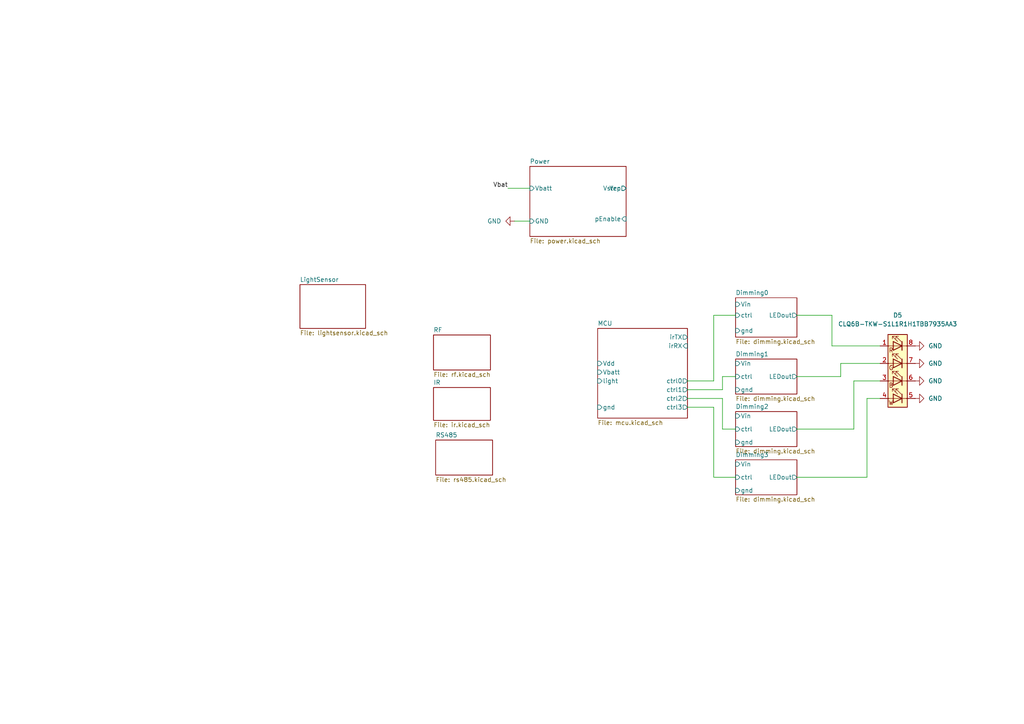
<source format=kicad_sch>
(kicad_sch (version 20250114) (generator "eeschema") (generator_version "9.0")
  (paper "A4")
  (lib_symbols
    (symbol "LED_Lib:LED_RGBW" (pin_names (offset 0) (hide yes))
      (property "Reference" "D5" (at 0 13.97 0))
      (property "Value" "OSRAM_LE-RTDUW-S2N" (at 0 11.43 0))
      (symbol "LED_RGBW_0_1"
        (rectangle (start -2.794 8.382) (end 2.794 -12.7) (stroke (width 0.254)) (fill (type background)))
        (rectangle (start -1.27 6.35) (end -1.27 6.35))
        (rectangle (start -1.27 6.35) (end -1.27 3.81))
        (polyline (pts (xy -1.27 6.35) (xy -1.27 3.81) (xy 1.27 5.08) (xy -1.27 6.35)) (stroke (width 0.254)))
        (polyline (pts (xy -1.27 5.08) (xy -2.54 5.08)))
        (rectangle (start -1.27 1.27) (end -1.27 1.27))
        (rectangle (start -1.27 1.27) (end -1.27 -1.27))
        (polyline (pts (xy -1.27 1.27) (xy -1.27 -1.27) (xy 1.27 0) (xy -1.27 1.27)) (stroke (width 0.254)))
        (polyline (pts (xy -1.27 0) (xy -2.54 0)))
        (polyline (pts (xy -1.27 0) (xy 1.27 0)))
        (polyline (pts (xy -1.27 -3.81) (xy -1.27 -6.35) (xy 1.27 -5.08) (xy -1.27 -3.81)) (stroke (width 0.254)))
        (polyline (pts (xy -1.27 -5.08) (xy -2.54 -5.08)))
        (polyline (pts (xy -1.27 -8.89) (xy -1.27 -11.43) (xy 1.27 -10.16) (xy -1.27 -8.89)) (stroke (width 0.254)))
        (polyline (pts (xy -1.27 -10.16) (xy -2.54 -10.16)))
        (polyline (pts (xy 0 6.35) (xy -1.524 7.874) (xy -0.762 7.874) (xy -1.524 7.874) (xy -1.524 7.112)))
        (polyline (pts (xy 0 1.27) (xy -1.524 2.794) (xy -0.762 2.794) (xy -1.524 2.794) (xy -1.524 2.032)))
        (polyline (pts (xy 0 -3.81) (xy -1.524 -2.286) (xy -0.762 -2.286) (xy -1.524 -2.286) (xy -1.524 -3.048)))
        (polyline (pts (xy 0 -8.89) (xy -1.524 -7.366) (xy -0.762 -7.366) (xy -1.524 -7.366) (xy -1.524 -8.128)))
        (polyline (pts (xy 1.016 6.35) (xy -0.508 7.874) (xy 0.254 7.874) (xy -0.508 7.874) (xy -0.508 7.112)))
        (polyline (pts (xy 1.016 1.27) (xy -0.508 2.794) (xy 0.254 2.794) (xy -0.508 2.794) (xy -0.508 2.032)))
        (polyline (pts (xy 1.016 -3.81) (xy -0.508 -2.286) (xy 0.254 -2.286) (xy -0.508 -2.286) (xy -0.508 -3.048)))
        (polyline (pts (xy 1.016 -8.89) (xy -0.508 -7.366) (xy 0.254 -7.366) (xy -0.508 -7.366) (xy -0.508 -8.128)))
        (polyline (pts (xy 1.27 6.35) (xy 1.27 3.81)) (stroke (width 0.254)))
        (polyline (pts (xy 1.27 6.35) (xy 1.27 3.81) (xy 1.27 3.81)))
        (polyline (pts (xy 1.27 5.08) (xy -1.27 5.08)))
        (polyline (pts (xy 1.27 5.08) (xy 2.54 5.08)))
        (polyline (pts (xy 1.27 1.27) (xy 1.27 -1.27)) (stroke (width 0.254)))
        (polyline (pts (xy 1.27 1.27) (xy 1.27 -1.27) (xy 1.27 -1.27)))
        (polyline (pts (xy 1.27 0) (xy 2.54 0)))
        (polyline (pts (xy 1.27 -3.81) (xy 1.27 -6.35)) (stroke (width 0.254)))
        (polyline (pts (xy 1.27 -5.08) (xy -1.27 -5.08)))
        (polyline (pts (xy 1.27 -5.08) (xy 2.54 -5.08)))
        (polyline (pts (xy 1.27 -8.89) (xy 1.27 -11.43)) (stroke (width 0.254)))
        (polyline (pts (xy 1.27 -10.16) (xy -1.27 -10.16)))
        (polyline (pts (xy 1.27 -10.16) (xy 2.54 -10.16)))
      )
      (symbol "LED_RGBW_1_1"
        (text "R" (at -1.905 3.81 0) (effects (font (size 1.27 1.27))))
        (text "G\n" (at -1.905 -1.27 0) (effects (font (size 1.27 1.27))))
        (text "B" (at -1.905 -6.35 0) (effects (font (size 1.27 1.27))))
        (text "W" (at -1.905 -11.43 0) (effects (font (size 1.27 1.27))))
        (pin passive line (at -5.08 5.08 0) (length 2.54) (name "RK") (number "1"))
        (pin passive line (at -5.08 0 0) (length 2.54) (name "GK") (number "2"))
        (pin passive line (at -5.08 -5.08 0) (length 2.54) (name "BK") (number "3"))
        (pin passive line (at -5.08 -10.16 0) (length 2.54) (name "BK") (number "4"))
        (pin passive line (at 5.08 5.08 180) (length 2.54) (name "RA") (number "8"))
        (pin passive line (at 5.08 0 180) (length 2.54) (name "GA") (number "7"))
        (pin passive line (at 5.08 -5.08 180) (length 2.54) (name "BA") (number "6"))
        (pin passive line (at 5.08 -10.16 180) (length 2.54) (name "BA") (number "5"))
      )
    )
    (symbol "power:GND" (power) (pin_numbers (hide yes)) (pin_names (offset 0) (hide yes))
      (property "Value" "GND" (at 0 -3.81 0))
      (symbol "GND_0_1"
        (polyline (pts (xy 0 0) (xy 0 -1.27) (xy 1.27 -1.27) (xy 0 -2.54) (xy -1.27 -1.27) (xy 0 -1.27)))
      )
      (symbol "GND_1_1"
        (pin power_in line (at 0 0 270) (length 0) (name "~") (number "1"))
      )
    )
  )
  (wire (pts (xy 207.01 91.44) (xy 213.36 91.44)))
  (wire (pts (xy 231.14 124.46) (xy 247.65 124.46)))
  (wire (pts (xy 243.84 105.41) (xy 255.27 105.41)))
  (wire (pts (xy 207.01 138.43) (xy 213.36 138.43)))
  (wire (pts (xy 199.39 118.11) (xy 207.01 118.11)))
  (wire (pts (xy 209.55 115.57) (xy 209.55 124.46)))
  (wire (pts (xy 209.55 109.22) (xy 213.36 109.22)))
  (wire (pts (xy 251.46 115.57) (xy 251.46 138.43)))
  (wire (pts (xy 243.84 109.22) (xy 243.84 105.41)))
  (wire (pts (xy 247.65 110.49) (xy 255.27 110.49)))
  (wire (pts (xy 241.3 91.44) (xy 241.3 100.33)))
  (wire (pts (xy 149.225 64.135) (xy 153.67 64.135)))
  (wire (pts (xy 231.14 91.44) (xy 241.3 91.44)))
  (wire (pts (xy 231.14 109.22) (xy 243.84 109.22)))
  (wire (pts (xy 207.01 118.11) (xy 207.01 138.43)))
  (wire (pts (xy 209.55 113.03) (xy 209.55 109.22)))
  (wire (pts (xy 199.39 115.57) (xy 209.55 115.57)))
  (wire (pts (xy 147.32 54.61) (xy 153.67 54.61)))
  (wire (pts (xy 247.65 124.46) (xy 247.65 110.49)))
  (wire (pts (xy 209.55 124.46) (xy 213.36 124.46)))
  (wire (pts (xy 251.46 138.43) (xy 231.14 138.43)))
  (wire (pts (xy 207.01 91.44) (xy 207.01 110.49)))
  (wire (pts (xy 199.39 113.03) (xy 209.55 113.03)))
  (wire (pts (xy 207.01 110.49) (xy 199.39 110.49)))
  (wire (pts (xy 241.3 100.33) (xy 255.27 100.33)))
  (wire (pts (xy 255.27 115.57) (xy 251.46 115.57)))
  (label "Vbat" (at 147.32 54.61 180))
  (symbol (lib_id "power:GND") (at 149.225 64.135 270) (unit 1)
    (property "Reference" "#PWR016" (effects (hide yes)))
    (property "Value" "GND" (at 145.415 64.1349 90) (effects (justify right)))
    (property "Description" "Power symbol creates a global label with name \"GND\" , ground" (effects (hide yes)))
  )
  (symbol (lib_id "LED_Lib:LED_RGBW") (at 260.35 105.41 0) (unit 1)
    (property "Reference" "D5" (at 260.35 91.44 0))
    (property "Value" "CLQ6B-TKW-S1L1R1H1TBB7935AA3" (at 260.35 93.98 0))
    (property "Datasheet" "https://eu.mouser.com/ProductDetail/Cree-LED/CLQ6B-TKW-S1L1R1H1TBB7935AA3?qs=Rp5uXu7WBW8NUHwAJJTllg%3D%3D" (effects (hide yes)))
    (property "Description" "RGB LED, 6 pin package" (effects (hide yes)))
  )
  (symbol (lib_id "power:GND") (at 265.43 115.57 90) (unit 1)
    (property "Reference" "#PWR?" (effects (hide yes)))
    (property "Value" "GND" (at 269.24 115.5699 90) (effects (justify right)))
    (property "Description" "Power symbol creates a global label with name \"GND\" , ground" (effects (hide yes)))
  )
  (symbol (lib_id "power:GND") (at 265.43 110.49 90) (unit 1)
    (property "Reference" "#PWR?" (effects (hide yes)))
    (property "Value" "GND" (at 269.24 110.4899 90) (effects (justify right)))
    (property "Description" "Power symbol creates a global label with name \"GND\" , ground" (effects (hide yes)))
  )
  (symbol (lib_id "power:GND") (at 265.43 105.41 90) (unit 1)
    (property "Reference" "#PWR?" (effects (hide yes)))
    (property "Value" "GND" (at 269.24 105.4099 90) (effects (justify right)))
    (property "Description" "Power symbol creates a global label with name \"GND\" , ground" (effects (hide yes)))
  )
  (symbol (lib_id "power:GND") (at 265.43 100.33 90) (unit 1)
    (property "Reference" "#PWR018" (effects (hide yes)))
    (property "Value" "GND" (at 269.24 100.3299 90) (effects (justify right)))
    (property "Description" "Power symbol creates a global label with name \"GND\" , ground" (effects (hide yes)))
  )
  (sheet (at 86.995 82.55) (size 19.05 12.7) (stroke (width 0.1524))
    (property "Sheetname" "LightSensor" (at 86.995 81.8384 0) (effects (justify left bottom)))
    (property "Sheetfile" "lightsensor.kicad_sch" (at 86.995 95.8346 0) (effects (justify left top)))
  )
  (sheet (at 153.67 48.26) (size 27.94 20.32) (stroke (width 0.1524))
    (property "Sheetname" "Power" (at 153.67 47.5484 0) (effects (justify left bottom)))
    (property "Sheetfile" "power.kicad_sch" (at 153.67 69.1646 0) (effects (justify left top)))
    (pin "GND" input (at 153.67 64.135 180))
    (pin "pEnable" input (at 181.61 63.5 0))
    (pin "Vbatt" input (at 153.67 54.61 180))
    (pin "Vcc" output (at 181.61 54.61 0))
    (pin "Vstep" output (at 181.61 54.61 0))
  )
  (sheet (at 213.36 119.38) (size 17.78 10.16) (stroke (width 0.1524))
    (property "Sheetname" "Dimming2" (at 213.36 118.6684 0) (effects (justify left bottom)))
    (property "Sheetfile" "dimming.kicad_sch" (at 213.36 130.1246 0) (effects (justify left top)))
    (pin "Vin" input (at 213.36 120.65 180))
    (pin "ctrl" input (at 213.36 124.46 180))
    (pin "LEDout" output (at 231.14 124.46 0))
    (pin "gnd" input (at 213.36 128.27 180))
  )
  (sheet (at 126.365 127.635) (size 16.51 10.16) (stroke (width 0.1524))
    (property "Sheetname" "RS485" (at 126.365 126.9234 0) (effects (justify left bottom)))
    (property "Sheetfile" "rs485.kicad_sch" (at 126.365 138.3796 0) (effects (justify left top)))
  )
  (sheet (at 125.73 112.395) (size 16.51 9.525) (stroke (width 0.1524))
    (property "Sheetname" "IR" (at 125.73 111.6834 0) (effects (justify left bottom)))
    (property "Sheetfile" "ir.kicad_sch" (at 125.73 122.5046 0) (effects (justify left top)))
  )
  (sheet (at 173.355 95.25) (size 26.035 26.035) (stroke (width 0.1524))
    (property "Sheetname" "MCU" (at 173.355 94.5384 0) (effects (justify left bottom)))
    (property "Sheetfile" "mcu.kicad_sch" (at 173.355 121.8696 0) (effects (justify left top)))
    (pin "ctrl0" output (at 199.39 110.49 0))
    (pin "ctrl3" output (at 199.39 118.11 0))
    (pin "light" input (at 173.355 110.49 180))
    (pin "ctrl2" output (at 199.39 115.57 0))
    (pin "gnd" input (at 173.355 118.11 180))
    (pin "ctrl1" output (at 199.39 113.03 0))
    (pin "irTX" output (at 199.39 97.79 0))
    (pin "Vbatt" input (at 173.355 107.95 180))
    (pin "Vdd" input (at 173.355 105.41 180))
    (pin "irRX" input (at 199.39 100.33 0))
  )
  (sheet (at 125.73 97.155) (size 16.51 10.16) (stroke (width 0.1524))
    (property "Sheetname" "RF" (at 125.73 96.4434 0) (effects (justify left bottom)))
    (property "Sheetfile" "rf.kicad_sch" (at 125.73 107.8996 0) (effects (justify left top)))
  )
  (sheet (at 213.36 86.36) (size 17.78 11.43) (stroke (width 0.1524))
    (property "Sheetname" "Dimming0" (at 213.36 85.6484 0) (effects (justify left bottom)))
    (property "Sheetfile" "dimming.kicad_sch" (at 213.36 98.3746 0) (effects (justify left top)))
    (pin "Vin" input (at 213.36 88.265 180))
    (pin "ctrl" input (at 213.36 91.44 180))
    (pin "LEDout" output (at 231.14 91.44 0))
    (pin "gnd" input (at 213.36 95.885 180))
  )
  (sheet (at 213.36 133.35) (size 17.78 10.16) (stroke (width 0.1524))
    (property "Sheetname" "Dimming3" (at 213.36 132.6384 0) (effects (justify left bottom)))
    (property "Sheetfile" "dimming.kicad_sch" (at 213.36 144.0946 0) (effects (justify left top)))
    (pin "Vin" input (at 213.36 134.62 180))
    (pin "ctrl" input (at 213.36 138.43 180))
    (pin "LEDout" output (at 231.14 138.43 0))
    (pin "gnd" input (at 213.36 142.24 180))
  )
  (sheet (at 213.36 104.14) (size 17.78 10.16) (stroke (width 0.1524))
    (property "Sheetname" "Dimming1" (at 213.36 103.4284 0) (effects (justify left bottom)))
    (property "Sheetfile" "dimming.kicad_sch" (at 213.36 114.8846 0) (effects (justify left top)))
    (pin "Vin" input (at 213.36 105.41 180))
    (pin "ctrl" input (at 213.36 109.22 180))
    (pin "LEDout" output (at 231.14 109.22 0))
    (pin "gnd" input (at 213.36 113.03 180))
  )
)
</source>
